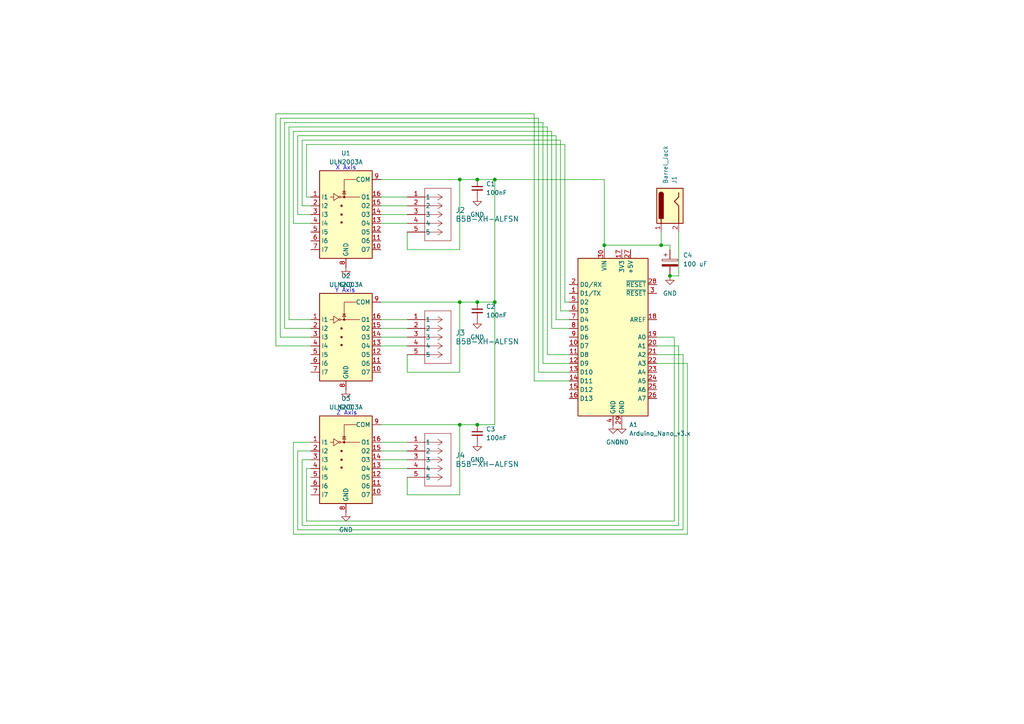
<source format=kicad_sch>
(kicad_sch (version 20250114) (generator "eeschema") (generator_version "9.0")
  (paper "A4")
  (lib_symbols
    (symbol "Connector:Barrel_Jack" (pin_names (offset 1.016))
      (property "Reference" "J" (at 0 5.334 0))
      (property "Value" "Barrel_Jack" (at 0 -5.08 0))
      (symbol "Barrel_Jack_0_1"
        (rectangle (start -5.08 3.81) (end 5.08 -3.81) (stroke (width 0.254)) (fill (type background)))
        (polyline (pts (xy -3.81 -2.54) (xy -2.54 -2.54) (xy -1.27 -1.27) (xy 0 -2.54) (xy 2.54 -2.54) (xy 5.08 -2.54)) (stroke (width 0.254)))
        (arc (start -3.302 1.905) (mid -3.9343 2.54) (end -3.302 3.175) (stroke (width 0.254)))
        (arc (start -3.302 1.905) (mid -3.9343 2.54) (end -3.302 3.175) (stroke (width 0.254)) (fill (type outline)))
        (rectangle (start 3.683 3.175) (end -3.302 1.905) (stroke (width 0.254)) (fill (type outline)))
        (polyline (pts (xy 5.08 2.54) (xy 3.81 2.54)) (stroke (width 0.254)))
      )
      (symbol "Barrel_Jack_1_1"
        (pin passive line (at 7.62 2.54 180) (length 2.54) (name "~") (number "1"))
        (pin passive line (at 7.62 -2.54 180) (length 2.54) (name "~") (number "2"))
      )
    )
    (symbol "Device:C_Polarized" (pin_numbers (hide yes)) (pin_names (offset 0.254))
      (property "Reference" "C" (at 0.635 2.54 0))
      (property "Value" "C_Polarized" (at 0.635 -2.54 0))
      (symbol "C_Polarized_0_1"
        (rectangle (start -2.286 0.508) (end 2.286 1.016))
        (polyline (pts (xy -1.778 2.286) (xy -0.762 2.286)))
        (polyline (pts (xy -1.27 2.794) (xy -1.27 1.778)))
        (rectangle (start 2.286 -0.508) (end -2.286 -1.016) (fill (type outline)))
      )
      (symbol "C_Polarized_1_1"
        (pin passive line (at 0 3.81 270) (length 2.794) (name "~") (number "1"))
        (pin passive line (at 0 -3.81 90) (length 2.794) (name "~") (number "2"))
      )
    )
    (symbol "Device:C_Small" (pin_numbers (hide yes)) (pin_names (offset 0.254) (hide yes))
      (property "Reference" "C" (at 0.254 1.778 0))
      (property "Value" "C_Small" (at 0.254 -2.032 0))
      (symbol "C_Small_0_1"
        (polyline (pts (xy -1.524 0.508) (xy 1.524 0.508)) (stroke (width 0.3048)))
        (polyline (pts (xy -1.524 -0.508) (xy 1.524 -0.508)) (stroke (width 0.3302)))
      )
      (symbol "C_Small_1_1"
        (pin passive line (at 0 2.54 270) (length 2.032) (name "~") (number "1"))
        (pin passive line (at 0 -2.54 90) (length 2.032) (name "~") (number "2"))
      )
    )
    (symbol "MCU_Module:Arduino_Nano_v3.x"
      (property "Reference" "A" (at -10.16 23.495 0))
      (property "Value" "Arduino_Nano_v3.x" (at 5.08 -24.13 0))
      (symbol "Arduino_Nano_v3.x_0_1"
        (rectangle (start -10.16 22.86) (end 10.16 -22.86) (stroke (width 0.254)) (fill (type background)))
      )
      (symbol "Arduino_Nano_v3.x_1_1"
        (pin bidirectional line (at -12.7 15.24 0) (length 2.54) (name "D0/RX") (number "2"))
        (pin bidirectional line (at -12.7 12.7 0) (length 2.54) (name "D1/TX") (number "1"))
        (pin bidirectional line (at -12.7 10.16 0) (length 2.54) (name "D2") (number "5"))
        (pin bidirectional line (at -12.7 7.62 0) (length 2.54) (name "D3") (number "6"))
        (pin bidirectional line (at -12.7 5.08 0) (length 2.54) (name "D4") (number "7"))
        (pin bidirectional line (at -12.7 2.54 0) (length 2.54) (name "D5") (number "8"))
        (pin bidirectional line (at -12.7 0 0) (length 2.54) (name "D6") (number "9"))
        (pin bidirectional line (at -12.7 -2.54 0) (length 2.54) (name "D7") (number "10"))
        (pin bidirectional line (at -12.7 -5.08 0) (length 2.54) (name "D8") (number "11"))
        (pin bidirectional line (at -12.7 -7.62 0) (length 2.54) (name "D9") (number "12"))
        (pin bidirectional line (at -12.7 -10.16 0) (length 2.54) (name "D10") (number "13"))
        (pin bidirectional line (at -12.7 -12.7 0) (length 2.54) (name "D11") (number "14"))
        (pin bidirectional line (at -12.7 -15.24 0) (length 2.54) (name "D12") (number "15"))
        (pin bidirectional line (at -12.7 -17.78 0) (length 2.54) (name "D13") (number "16"))
        (pin power_in line (at -2.54 25.4 270) (length 2.54) (name "VIN") (number "30"))
        (pin power_in line (at 0 -25.4 90) (length 2.54) (name "GND") (number "4"))
        (pin power_out line (at 2.54 25.4 270) (length 2.54) (name "3V3") (number "17"))
        (pin power_in line (at 2.54 -25.4 90) (length 2.54) (name "GND") (number "29"))
        (pin power_out line (at 5.08 25.4 270) (length 2.54) (name "+5V") (number "27"))
        (pin input line (at 12.7 15.24 180) (length 2.54) (name "~{RESET}") (number "28"))
        (pin input line (at 12.7 12.7 180) (length 2.54) (name "~{RESET}") (number "3"))
        (pin input line (at 12.7 5.08 180) (length 2.54) (name "AREF") (number "18"))
        (pin bidirectional line (at 12.7 0 180) (length 2.54) (name "A0") (number "19"))
        (pin bidirectional line (at 12.7 -2.54 180) (length 2.54) (name "A1") (number "20"))
        (pin bidirectional line (at 12.7 -5.08 180) (length 2.54) (name "A2") (number "21"))
        (pin bidirectional line (at 12.7 -7.62 180) (length 2.54) (name "A3") (number "22"))
        (pin bidirectional line (at 12.7 -10.16 180) (length 2.54) (name "A4") (number "23"))
        (pin bidirectional line (at 12.7 -12.7 180) (length 2.54) (name "A5") (number "24"))
        (pin bidirectional line (at 12.7 -15.24 180) (length 2.54) (name "A6") (number "25"))
        (pin bidirectional line (at 12.7 -17.78 180) (length 2.54) (name "A7") (number "26"))
      )
    )
    (symbol "Transistor_Array:ULN2003A"
      (property "Reference" "U" (at 0 15.875 0))
      (property "Value" "ULN2003A" (at 0 13.97 0))
      (symbol "ULN2003A_0_1"
        (rectangle (start -7.62 -12.7) (end 7.62 12.7) (stroke (width 0.254)) (fill (type background)))
        (polyline (pts (xy -4.572 5.08) (xy -3.556 5.08)))
        (polyline (pts (xy -3.556 6.096) (xy -3.556 4.064) (xy -2.032 5.08) (xy -3.556 6.096)))
        (circle (center -1.778 5.08) (radius 0.254))
        (polyline (pts (xy -1.524 5.08) (xy 4.064 5.08)))
        (circle (center -1.27 2.54) (radius 0.254) (fill (type outline)))
        (circle (center -1.27 0) (radius 0.254) (fill (type outline)))
        (circle (center -1.27 -2.286) (radius 0.254) (fill (type outline)))
        (circle (center -0.508 5.08) (radius 0.254) (fill (type outline)))
        (polyline (pts (xy -0.508 5.08) (xy -0.508 10.16) (xy 2.921 10.16)))
        (polyline (pts (xy 0 6.731) (xy -1.016 6.731)))
        (polyline (pts (xy 0 5.969) (xy -1.016 5.969) (xy -0.508 6.731) (xy 0 5.969)))
      )
      (symbol "ULN2003A_1_1"
        (pin input line (at -10.16 5.08 0) (length 2.54) (name "I1") (number "1"))
        (pin input line (at -10.16 2.54 0) (length 2.54) (name "I2") (number "2"))
        (pin input line (at -10.16 0 0) (length 2.54) (name "I3") (number "3"))
        (pin input line (at -10.16 -2.54 0) (length 2.54) (name "I4") (number "4"))
        (pin input line (at -10.16 -5.08 0) (length 2.54) (name "I5") (number "5"))
        (pin input line (at -10.16 -7.62 0) (length 2.54) (name "I6") (number "6"))
        (pin input line (at -10.16 -10.16 0) (length 2.54) (name "I7") (number "7"))
        (pin power_in line (at 0 -15.24 90) (length 2.54) (name "GND") (number "8"))
        (pin passive line (at 10.16 10.16 180) (length 2.54) (name "COM") (number "9"))
        (pin open_collector line (at 10.16 5.08 180) (length 2.54) (name "O1") (number "16"))
        (pin open_collector line (at 10.16 2.54 180) (length 2.54) (name "O2") (number "15"))
        (pin open_collector line (at 10.16 0 180) (length 2.54) (name "O3") (number "14"))
        (pin open_collector line (at 10.16 -2.54 180) (length 2.54) (name "O4") (number "13"))
        (pin open_collector line (at 10.16 -5.08 180) (length 2.54) (name "O5") (number "12"))
        (pin open_collector line (at 10.16 -7.62 180) (length 2.54) (name "O6") (number "11"))
        (pin open_collector line (at 10.16 -10.16 180) (length 2.54) (name "O7") (number "10"))
      )
    )
    (symbol "idk:B5B-XH-ALFSN" (pin_names (offset 0.254))
      (property "Reference" "J" (at 8.89 6.35 0))
      (property "Value" "B5B-XH-ALFSN" (at 0 0 0))
      (symbol "B5B-XH-ALFSN_1_1"
        (polyline (pts (xy 5.08 2.54) (xy 5.08 -12.7)) (stroke (width 0.127)))
        (polyline (pts (xy 5.08 -12.7) (xy 12.7 -12.7)) (stroke (width 0.127)))
        (polyline (pts (xy 10.16 0) (xy 5.08 0)) (stroke (width 0.127)))
        (polyline (pts (xy 10.16 0) (xy 8.89 0.8467)) (stroke (width 0.127)))
        (polyline (pts (xy 10.16 0) (xy 8.89 -0.8467)) (stroke (width 0.127)))
        (polyline (pts (xy 10.16 -2.54) (xy 5.08 -2.54)) (stroke (width 0.127)))
        (polyline (pts (xy 10.16 -2.54) (xy 8.89 -1.6933)) (stroke (width 0.127)))
        (polyline (pts (xy 10.16 -2.54) (xy 8.89 -3.3867)) (stroke (width 0.127)))
        (polyline (pts (xy 10.16 -5.08) (xy 5.08 -5.08)) (stroke (width 0.127)))
        (polyline (pts (xy 10.16 -5.08) (xy 8.89 -4.2333)) (stroke (width 0.127)))
        (polyline (pts (xy 10.16 -5.08) (xy 8.89 -5.9267)) (stroke (width 0.127)))
        (polyline (pts (xy 10.16 -7.62) (xy 5.08 -7.62)) (stroke (width 0.127)))
        (polyline (pts (xy 10.16 -7.62) (xy 8.89 -6.7733)) (stroke (width 0.127)))
        (polyline (pts (xy 10.16 -7.62) (xy 8.89 -8.4667)) (stroke (width 0.127)))
        (polyline (pts (xy 10.16 -10.16) (xy 5.08 -10.16)) (stroke (width 0.127)))
        (polyline (pts (xy 10.16 -10.16) (xy 8.89 -9.3133)) (stroke (width 0.127)))
        (polyline (pts (xy 10.16 -10.16) (xy 8.89 -11.0067)) (stroke (width 0.127)))
        (polyline (pts (xy 12.7 2.54) (xy 5.08 2.54)) (stroke (width 0.127)))
        (polyline (pts (xy 12.7 -12.7) (xy 12.7 2.54)) (stroke (width 0.127)))
        (pin unspecified line (at 0 0 0) (length 5.08) (name "1") (number "1"))
        (pin unspecified line (at 0 -2.54 0) (length 5.08) (name "2") (number "2"))
        (pin unspecified line (at 0 -5.08 0) (length 5.08) (name "3") (number "3"))
        (pin unspecified line (at 0 -7.62 0) (length 5.08) (name "4") (number "4"))
        (pin unspecified line (at 0 -10.16 0) (length 5.08) (name "5") (number "5"))
      )
      (symbol "B5B-XH-ALFSN_1_2"
        (polyline (pts (xy 5.08 2.54) (xy 5.08 -12.7)) (stroke (width 0.127)))
        (polyline (pts (xy 5.08 -12.7) (xy 12.7 -12.7)) (stroke (width 0.127)))
        (polyline (pts (xy 7.62 0) (xy 5.08 0)) (stroke (width 0.127)))
        (polyline (pts (xy 7.62 0) (xy 8.89 0.8467)) (stroke (width 0.127)))
        (polyline (pts (xy 7.62 0) (xy 8.89 -0.8467)) (stroke (width 0.127)))
        (polyline (pts (xy 7.62 -2.54) (xy 5.08 -2.54)) (stroke (width 0.127)))
        (polyline (pts (xy 7.62 -2.54) (xy 8.89 -1.6933)) (stroke (width 0.127)))
        (polyline (pts (xy 7.62 -2.54) (xy 8.89 -3.3867)) (stroke (width 0.127)))
        (polyline (pts (xy 7.62 -5.08) (xy 5.08 -5.08)) (stroke (width 0.127)))
        (polyline (pts (xy 7.62 -5.08) (xy 8.89 -4.2333)) (stroke (width 0.127)))
        (polyline (pts (xy 7.62 -5.08) (xy 8.89 -5.9267)) (stroke (width 0.127)))
        (polyline (pts (xy 7.62 -7.62) (xy 5.08 -7.62)) (stroke (width 0.127)))
        (polyline (pts (xy 7.62 -7.62) (xy 8.89 -6.7733)) (stroke (width 0.127)))
        (polyline (pts (xy 7.62 -7.62) (xy 8.89 -8.4667)) (stroke (width 0.127)))
        (polyline (pts (xy 7.62 -10.16) (xy 5.08 -10.16)) (stroke (width 0.127)))
        (polyline (pts (xy 7.62 -10.16) (xy 8.89 -9.3133)) (stroke (width 0.127)))
        (polyline (pts (xy 7.62 -10.16) (xy 8.89 -11.0067)) (stroke (width 0.127)))
        (polyline (pts (xy 12.7 2.54) (xy 5.08 2.54)) (stroke (width 0.127)))
        (polyline (pts (xy 12.7 -12.7) (xy 12.7 2.54)) (stroke (width 0.127)))
        (pin unspecified line (at 0 0 0) (length 5.08) (name "1") (number "1"))
        (pin unspecified line (at 0 -2.54 0) (length 5.08) (name "2") (number "2"))
        (pin unspecified line (at 0 -5.08 0) (length 5.08) (name "3") (number "3"))
        (pin unspecified line (at 0 -7.62 0) (length 5.08) (name "4") (number "4"))
        (pin unspecified line (at 0 -10.16 0) (length 5.08) (name "5") (number "5"))
      )
    )
    (symbol "power:GND" (power) (pin_numbers (hide yes)) (pin_names (offset 0) (hide yes))
      (property "Value" "GND" (at 0 -3.81 0))
      (symbol "GND_0_1"
        (polyline (pts (xy 0 0) (xy 0 -1.27) (xy 1.27 -1.27) (xy 0 -2.54) (xy -1.27 -1.27) (xy 0 -1.27)))
      )
      (symbol "GND_1_1"
        (pin power_in line (at 0 0 270) (length 0) (name "~") (number "1"))
      )
    )
  )
  (text "Y Axis" (at 100.076 84.328 0) (effects (font (size 1.27 1.27))))
  (text "X Axis" (at 100.33 48.768 0) (effects (font (size 1.27 1.27))))
  (text "Z Axis" (at 100.584 119.888 0) (effects (font (size 1.27 1.27))))
  (junction (at 143.51 52.07))
  (junction (at 143.51 87.63))
  (junction (at 191.77 71.12))
  (junction (at 133.35 123.19))
  (junction (at 194.31 80.01))
  (junction (at 138.43 123.19))
  (junction (at 138.43 52.07))
  (junction (at 138.43 87.63))
  (junction (at 175.26 71.12))
  (junction (at 133.35 52.07))
  (junction (at 133.35 87.63))
  (wire (pts (xy 133.35 123.19) (xy 133.35 143.51)))
  (wire (pts (xy 83.82 36.83) (xy 83.82 92.71)))
  (wire (pts (xy 165.1 95.25) (xy 160.02 95.25)))
  (wire (pts (xy 87.63 133.35) (xy 90.17 133.35)))
  (wire (pts (xy 118.11 138.43) (xy 118.11 143.51)))
  (wire (pts (xy 110.49 135.89) (xy 118.11 135.89)))
  (wire (pts (xy 110.49 64.77) (xy 118.11 64.77)))
  (wire (pts (xy 194.31 71.12) (xy 194.31 72.39)))
  (wire (pts (xy 143.51 52.07) (xy 138.43 52.07)))
  (wire (pts (xy 190.5 105.41) (xy 199.39 105.41)))
  (wire (pts (xy 82.55 95.25) (xy 90.17 95.25)))
  (wire (pts (xy 118.11 72.39) (xy 133.35 72.39)))
  (wire (pts (xy 162.56 90.17) (xy 162.56 40.64)))
  (wire (pts (xy 88.9 57.15) (xy 90.17 57.15)))
  (wire (pts (xy 154.94 33.02) (xy 80.01 33.02)))
  (wire (pts (xy 198.12 153.67) (xy 86.36 153.67)))
  (wire (pts (xy 133.35 107.95) (xy 133.35 87.63)))
  (wire (pts (xy 156.21 34.29) (xy 81.28 34.29)))
  (wire (pts (xy 196.85 100.33) (xy 196.85 152.4)))
  (wire (pts (xy 110.49 95.25) (xy 118.11 95.25)))
  (wire (pts (xy 158.75 36.83) (xy 83.82 36.83)))
  (wire (pts (xy 110.49 59.69) (xy 118.11 59.69)))
  (wire (pts (xy 163.83 41.91) (xy 88.9 41.91)))
  (wire (pts (xy 118.11 107.95) (xy 133.35 107.95)))
  (wire (pts (xy 165.1 102.87) (xy 158.75 102.87)))
  (wire (pts (xy 87.63 40.64) (xy 87.63 59.69)))
  (wire (pts (xy 82.55 35.56) (xy 82.55 95.25)))
  (wire (pts (xy 195.58 97.79) (xy 195.58 151.13)))
  (wire (pts (xy 110.49 87.63) (xy 133.35 87.63)))
  (wire (pts (xy 87.63 59.69) (xy 90.17 59.69)))
  (wire (pts (xy 110.49 130.81) (xy 118.11 130.81)))
  (wire (pts (xy 133.35 72.39) (xy 133.35 52.07)))
  (wire (pts (xy 80.01 100.33) (xy 90.17 100.33)))
  (wire (pts (xy 175.26 52.07) (xy 143.51 52.07)))
  (wire (pts (xy 196.85 80.01) (xy 194.31 80.01)))
  (wire (pts (xy 133.35 87.63) (xy 138.43 87.63)))
  (wire (pts (xy 86.36 130.81) (xy 90.17 130.81)))
  (wire (pts (xy 175.26 71.12) (xy 175.26 52.07)))
  (wire (pts (xy 81.28 97.79) (xy 90.17 97.79)))
  (wire (pts (xy 110.49 57.15) (xy 118.11 57.15)))
  (wire (pts (xy 110.49 52.07) (xy 133.35 52.07)))
  (wire (pts (xy 165.1 107.95) (xy 156.21 107.95)))
  (wire (pts (xy 110.49 133.35) (xy 118.11 133.35)))
  (wire (pts (xy 133.35 123.19) (xy 138.43 123.19)))
  (wire (pts (xy 161.29 92.71) (xy 161.29 39.37)))
  (wire (pts (xy 190.5 97.79) (xy 195.58 97.79)))
  (wire (pts (xy 160.02 38.1) (xy 85.09 38.1)))
  (wire (pts (xy 110.49 62.23) (xy 118.11 62.23)))
  (wire (pts (xy 85.09 154.94) (xy 85.09 128.27)))
  (wire (pts (xy 110.49 97.79) (xy 118.11 97.79)))
  (wire (pts (xy 198.12 102.87) (xy 198.12 153.67)))
  (wire (pts (xy 143.51 87.63) (xy 143.51 52.07)))
  (wire (pts (xy 86.36 39.37) (xy 86.36 62.23)))
  (wire (pts (xy 165.1 90.17) (xy 162.56 90.17)))
  (wire (pts (xy 165.1 105.41) (xy 157.48 105.41)))
  (wire (pts (xy 138.43 87.63) (xy 143.51 87.63)))
  (wire (pts (xy 85.09 64.77) (xy 90.17 64.77)))
  (wire (pts (xy 163.83 87.63) (xy 163.83 41.91)))
  (wire (pts (xy 88.9 41.91) (xy 88.9 57.15)))
  (wire (pts (xy 165.1 87.63) (xy 163.83 87.63)))
  (wire (pts (xy 191.77 71.12) (xy 175.26 71.12)))
  (wire (pts (xy 162.56 40.64) (xy 87.63 40.64)))
  (wire (pts (xy 143.51 123.19) (xy 143.51 87.63)))
  (wire (pts (xy 194.31 71.12) (xy 191.77 71.12)))
  (wire (pts (xy 158.75 102.87) (xy 158.75 36.83)))
  (wire (pts (xy 199.39 105.41) (xy 199.39 154.94)))
  (wire (pts (xy 133.35 52.07) (xy 138.43 52.07)))
  (wire (pts (xy 165.1 92.71) (xy 161.29 92.71)))
  (wire (pts (xy 190.5 102.87) (xy 198.12 102.87)))
  (wire (pts (xy 195.58 151.13) (xy 88.9 151.13)))
  (wire (pts (xy 118.11 102.87) (xy 118.11 107.95)))
  (wire (pts (xy 110.49 128.27) (xy 118.11 128.27)))
  (wire (pts (xy 156.21 107.95) (xy 156.21 34.29)))
  (wire (pts (xy 161.29 39.37) (xy 86.36 39.37)))
  (wire (pts (xy 86.36 62.23) (xy 90.17 62.23)))
  (wire (pts (xy 85.09 128.27) (xy 90.17 128.27)))
  (wire (pts (xy 138.43 123.19) (xy 143.51 123.19)))
  (wire (pts (xy 81.28 34.29) (xy 81.28 97.79)))
  (wire (pts (xy 191.77 67.31) (xy 191.77 71.12)))
  (wire (pts (xy 110.49 92.71) (xy 118.11 92.71)))
  (wire (pts (xy 87.63 152.4) (xy 87.63 133.35)))
  (wire (pts (xy 110.49 123.19) (xy 133.35 123.19)))
  (wire (pts (xy 110.49 100.33) (xy 118.11 100.33)))
  (wire (pts (xy 157.48 105.41) (xy 157.48 35.56)))
  (wire (pts (xy 85.09 38.1) (xy 85.09 64.77)))
  (wire (pts (xy 80.01 33.02) (xy 80.01 100.33)))
  (wire (pts (xy 196.85 152.4) (xy 87.63 152.4)))
  (wire (pts (xy 118.11 67.31) (xy 118.11 72.39)))
  (wire (pts (xy 88.9 135.89) (xy 90.17 135.89)))
  (wire (pts (xy 175.26 71.12) (xy 175.26 72.39)))
  (wire (pts (xy 88.9 151.13) (xy 88.9 135.89)))
  (wire (pts (xy 83.82 92.71) (xy 90.17 92.71)))
  (wire (pts (xy 157.48 35.56) (xy 82.55 35.56)))
  (wire (pts (xy 160.02 95.25) (xy 160.02 38.1)))
  (wire (pts (xy 199.39 154.94) (xy 85.09 154.94)))
  (wire (pts (xy 165.1 110.49) (xy 154.94 110.49)))
  (wire (pts (xy 86.36 153.67) (xy 86.36 130.81)))
  (wire (pts (xy 190.5 100.33) (xy 196.85 100.33)))
  (wire (pts (xy 196.85 67.31) (xy 196.85 80.01)))
  (wire (pts (xy 118.11 143.51) (xy 133.35 143.51)))
  (wire (pts (xy 154.94 110.49) (xy 154.94 33.02)))
  (symbol (lib_id "power:GND") (at 100.33 77.47 0) (unit 1)
    (property "Reference" "#PWR07" (effects (hide yes)))
    (property "Value" "GND" (at 100.33 82.55 0))
    (property "Description" "Power symbol creates a global label with name \"GND\" , ground" (effects (hide yes)))
  )
  (symbol (lib_id "power:GND") (at 100.33 148.59 0) (unit 1)
    (property "Reference" "#PWR09" (effects (hide yes)))
    (property "Value" "GND" (at 100.33 153.67 0))
    (property "Description" "Power symbol creates a global label with name \"GND\" , ground" (effects (hide yes)))
  )
  (symbol (lib_id "Device:C_Small") (at 138.43 54.61 0) (unit 1)
    (property "Reference" "C1" (at 140.97 53.3462 0) (effects (justify left)))
    (property "Value" "100nF" (at 140.97 55.8862 0) (effects (justify left)))
    (property "Footprint" "Capacitor_THT:C_Disc_D5.0mm_W2.5mm_P5.00mm" (effects (hide yes)))
    (property "Description" "Unpolarized capacitor, small symbol" (effects (hide yes)))
  )
  (symbol (lib_id "Transistor_Array:ULN2003A") (at 100.33 97.79 0) (unit 1)
    (property "Reference" "U2" (at 100.33 80.01 0))
    (property "Value" "ULN2003A" (at 100.33 82.55 0))
    (property "Footprint" "Package_DIP:DIP-16_W7.62mm" (effects (hide yes)))
    (property "Datasheet" "http://www.ti.com/lit/ds/symlink/uln2003a.pdf" (effects (hide yes)))
    (property "Description" "High Voltage, High Current Darlington Transistor Arrays, SOIC16/SOIC16W/DIP16/TSSOP16" (effects (hide yes)))
  )
  (symbol (lib_id "power:GND") (at 138.43 92.71 0) (unit 1)
    (property "Reference" "#PWR05" (effects (hide yes)))
    (property "Value" "GND" (at 138.43 97.79 0))
    (property "Description" "Power symbol creates a global label with name \"GND\" , ground" (effects (hide yes)))
  )
  (symbol (lib_id "idk:B5B-XH-ALFSN") (at 118.11 128.27 0) (unit 1)
    (property "Reference" "J4" (at 132.08 132.0799 0) (effects (font (size 1.524 1.524)) (justify left)))
    (property "Value" "B5B-XH-ALFSN" (at 132.08 134.6199 0) (effects (font (size 1.524 1.524)) (justify left)))
    (property "Footprint" "Connector_JST:JST_XH_B5B-XH-A_1x05_P2.50mm_Vertical" (effects (hide yes)))
    (property "Datasheet" "B5B-XH-ALFSN" (effects (hide yes)))
  )
  (symbol (lib_id "idk:B5B-XH-ALFSN") (at 118.11 92.71 0) (unit 1)
    (property "Reference" "J3" (at 132.08 96.5199 0) (effects (font (size 1.524 1.524)) (justify left)))
    (property "Value" "B5B-XH-ALFSN" (at 132.08 99.0599 0) (effects (font (size 1.524 1.524)) (justify left)))
    (property "Footprint" "Connector_JST:JST_XH_B5B-XH-A_1x05_P2.50mm_Vertical" (effects (hide yes)))
    (property "Datasheet" "B5B-XH-ALFSN" (effects (hide yes)))
  )
  (symbol (lib_id "power:GND") (at 138.43 57.15 0) (unit 1)
    (property "Reference" "#PWR06" (effects (hide yes)))
    (property "Value" "GND" (at 138.43 62.23 0))
    (property "Description" "Power symbol creates a global label with name \"GND\" , ground" (effects (hide yes)))
  )
  (symbol (lib_id "power:GND") (at 177.8 123.19 0) (unit 1)
    (property "Reference" "#PWR01" (effects (hide yes)))
    (property "Value" "GND" (at 177.8 128.27 0))
    (property "Description" "Power symbol creates a global label with name \"GND\" , ground" (effects (hide yes)))
  )
  (symbol (lib_id "Transistor_Array:ULN2003A") (at 100.33 62.23 0) (unit 1)
    (property "Reference" "U1" (at 100.33 44.45 0))
    (property "Value" "ULN2003A" (at 100.33 46.99 0))
    (property "Footprint" "Package_DIP:DIP-16_W7.62mm" (effects (hide yes)))
    (property "Datasheet" "http://www.ti.com/lit/ds/symlink/uln2003a.pdf" (effects (hide yes)))
    (property "Description" "High Voltage, High Current Darlington Transistor Arrays, SOIC16/SOIC16W/DIP16/TSSOP16" (effects (hide yes)))
  )
  (symbol (lib_id "Device:C_Polarized") (at 194.31 76.2 0) (unit 1)
    (property "Reference" "C4" (at 198.12 74.0409 0) (effects (justify left)))
    (property "Value" "100 uF" (at 198.12 76.5809 0) (effects (justify left)))
    (property "Footprint" "Capacitor_THT:CP_Radial_D6.3mm_P2.50mm" (effects (hide yes)))
    (property "Description" "Polarized capacitor" (effects (hide yes)))
  )
  (symbol (lib_id "idk:B5B-XH-ALFSN") (at 118.11 57.15 0) (unit 1)
    (property "Reference" "J2" (at 132.08 60.9599 0) (effects (font (size 1.524 1.524)) (justify left)))
    (property "Value" "B5B-XH-ALFSN" (at 132.08 63.4999 0) (effects (font (size 1.524 1.524)) (justify left)))
    (property "Footprint" "Connector_JST:JST_XH_B5B-XH-A_1x05_P2.50mm_Vertical" (effects (hide yes)))
    (property "Datasheet" "B5B-XH-ALFSN" (effects (hide yes)))
  )
  (symbol (lib_id "MCU_Module:Arduino_Nano_v3.x") (at 177.8 97.79 0) (unit 1)
    (property "Reference" "A1" (at 182.4833 123.19 0) (effects (justify left)))
    (property "Value" "Arduino_Nano_v3.x" (at 182.4833 125.73 0) (effects (justify left)))
    (property "Footprint" "Module:Arduino_Nano" (effects (hide yes)))
    (property "Datasheet" "http://www.mouser.com/pdfdocs/Gravitech_Arduino_Nano3_0.pdf" (effects (hide yes)))
    (property "Description" "Arduino Nano v3.x" (effects (hide yes)))
  )
  (symbol (lib_id "power:GND") (at 180.34 123.19 0) (unit 1)
    (property "Reference" "#PWR02" (effects (hide yes)))
    (property "Value" "GND" (at 180.34 128.27 0))
    (property "Description" "Power symbol creates a global label with name \"GND\" , ground" (effects (hide yes)))
  )
  (symbol (lib_id "power:GND") (at 100.33 113.03 0) (unit 1)
    (property "Reference" "#PWR08" (effects (hide yes)))
    (property "Value" "GND" (at 100.33 118.11 0))
    (property "Description" "Power symbol creates a global label with name \"GND\" , ground" (effects (hide yes)))
  )
  (symbol (lib_id "Connector:Barrel_Jack") (at 194.31 59.69 90) (mirror x) (unit 1)
    (property "Reference" "J1" (at 195.5801 53.34 0) (effects (justify right)))
    (property "Value" "Barrel_Jack" (at 193.0401 53.34 0) (effects (justify right)))
    (property "Footprint" "Connector_BarrelJack:BarrelJack_Horizontal" (effects (hide yes)))
    (property "Description" "DC Barrel Jack" (effects (hide yes)))
  )
  (symbol (lib_id "Device:C_Small") (at 138.43 125.73 0) (unit 1)
    (property "Reference" "C3" (at 140.97 124.4662 0) (effects (justify left)))
    (property "Value" "100nF" (at 140.97 127.0062 0) (effects (justify left)))
    (property "Footprint" "Capacitor_THT:C_Disc_D5.0mm_W2.5mm_P5.00mm" (effects (hide yes)))
    (property "Description" "Unpolarized capacitor, small symbol" (effects (hide yes)))
  )
  (symbol (lib_id "Device:C_Small") (at 138.43 90.17 0) (unit 1)
    (property "Reference" "C2" (at 140.97 88.9062 0) (effects (justify left)))
    (property "Value" "100nF" (at 140.97 91.4462 0) (effects (justify left)))
    (property "Footprint" "Capacitor_THT:C_Disc_D5.0mm_W2.5mm_P5.00mm" (effects (hide yes)))
    (property "Description" "Unpolarized capacitor, small symbol" (effects (hide yes)))
  )
  (symbol (lib_id "power:GND") (at 194.31 80.01 0) (unit 1)
    (property "Reference" "#PWR03" (effects (hide yes)))
    (property "Value" "GND" (at 194.31 85.09 0))
    (property "Description" "Power symbol creates a global label with name \"GND\" , ground" (effects (hide yes)))
  )
  (symbol (lib_id "Transistor_Array:ULN2003A") (at 100.33 133.35 0) (unit 1)
    (property "Reference" "U3" (at 100.33 115.57 0))
    (property "Value" "ULN2003A" (at 100.33 118.11 0))
    (property "Footprint" "Package_DIP:DIP-16_W7.62mm" (effects (hide yes)))
    (property "Datasheet" "http://www.ti.com/lit/ds/symlink/uln2003a.pdf" (effects (hide yes)))
    (property "Description" "High Voltage, High Current Darlington Transistor Arrays, SOIC16/SOIC16W/DIP16/TSSOP16" (effects (hide yes)))
  )
  (symbol (lib_id "power:GND") (at 138.43 128.27 0) (unit 1)
    (property "Reference" "#PWR04" (effects (hide yes)))
    (property "Value" "GND" (at 138.43 133.35 0))
    (property "Description" "Power symbol creates a global label with name \"GND\" , ground" (effects (hide yes)))
  )
)
</source>
